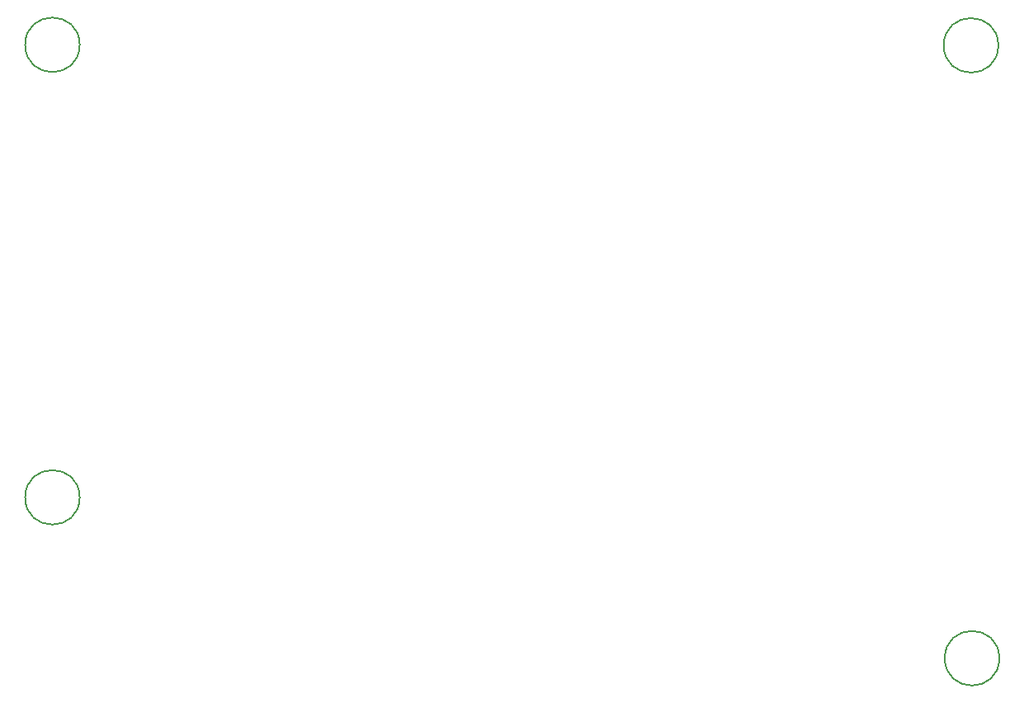
<source format=gbr>
%TF.GenerationSoftware,KiCad,Pcbnew,8.0.1*%
%TF.CreationDate,2024-11-04T21:37:07-08:00*%
%TF.ProjectId,kasm_pcb_rev2,6b61736d-5f70-4636-925f-726576322e6b,rev?*%
%TF.SameCoordinates,Original*%
%TF.FileFunction,Other,Comment*%
%FSLAX46Y46*%
G04 Gerber Fmt 4.6, Leading zero omitted, Abs format (unit mm)*
G04 Created by KiCad (PCBNEW 8.0.1) date 2024-11-04 21:37:07*
%MOMM*%
%LPD*%
G01*
G04 APERTURE LIST*
%ADD10C,0.150000*%
G04 APERTURE END LIST*
D10*
%TO.C,H3*%
X84232400Y-58389400D02*
G75*
G02*
X78632400Y-58389400I-2800000J0D01*
G01*
X78632400Y-58389400D02*
G75*
G02*
X84232400Y-58389400I2800000J0D01*
G01*
%TO.C,H2*%
X84232400Y-104825800D02*
G75*
G02*
X78632400Y-104825800I-2800000J0D01*
G01*
X78632400Y-104825800D02*
G75*
G02*
X84232400Y-104825800I2800000J0D01*
G01*
%TO.C,H1*%
X178593400Y-121335800D02*
G75*
G02*
X172993400Y-121335800I-2800000J0D01*
G01*
X172993400Y-121335800D02*
G75*
G02*
X178593400Y-121335800I2800000J0D01*
G01*
%TO.C,H4*%
X178491800Y-58445400D02*
G75*
G02*
X172891800Y-58445400I-2800000J0D01*
G01*
X172891800Y-58445400D02*
G75*
G02*
X178491800Y-58445400I2800000J0D01*
G01*
%TD*%
M02*

</source>
